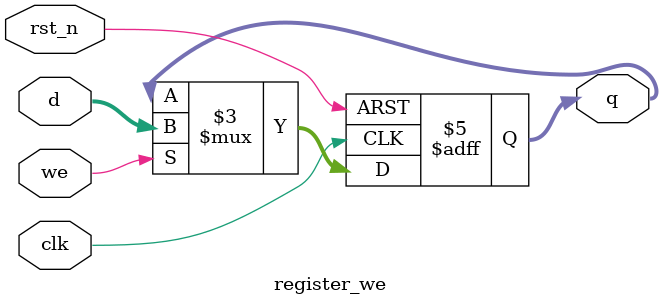
<source format=v>
module register_we
#(parameter SIZE = 32)
(
    input                     clk,
    input                     rst_n,
    input                     we,
    input      [SIZE - 1 : 0] d,
    output reg [SIZE - 1 : 0] q
);
    always @ (posedge clk or negedge rst_n)
        if (~rst_n)
            q <= { SIZE { 1'b0}};
        else
            if(we) q <= d;
endmodule

</source>
